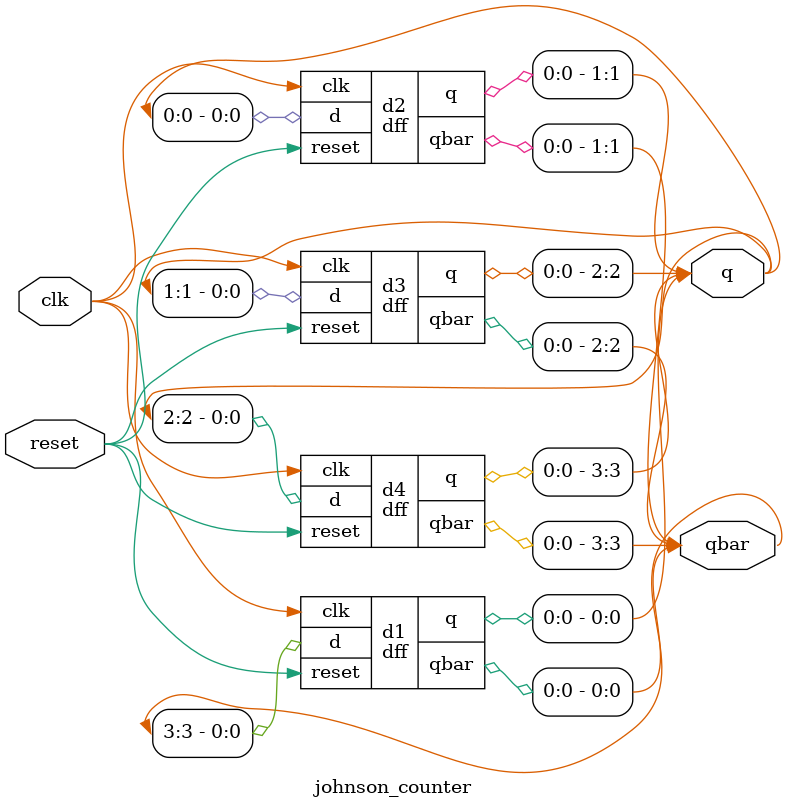
<source format=v>
module dff(q,qbar,d,clk,reset);
  input wire clk,d,reset;
  output reg q=1'b0,qbar;
  always @(posedge clk) begin
    if(reset) begin
      q<=0;
      qbar<=~q;
    end
    else begin
      q<=d;
      qbar<=~q;
    end
  end
endmodule
module johnson_counter(q,qbar,clk,reset);
  input wire clk,reset;
  output reg [3:0] q,qbar;
  dff d1(q[0],qbar[0],qbar[3],clk,reset);
  dff d2(q[1],qbar[1],q[0],clk,reset);
  dff d3(q[2],qbar[2],q[1],clk,reset);
  dff d4(q[3],qbar[3],q[2],clk,reset);
endmodule

</source>
